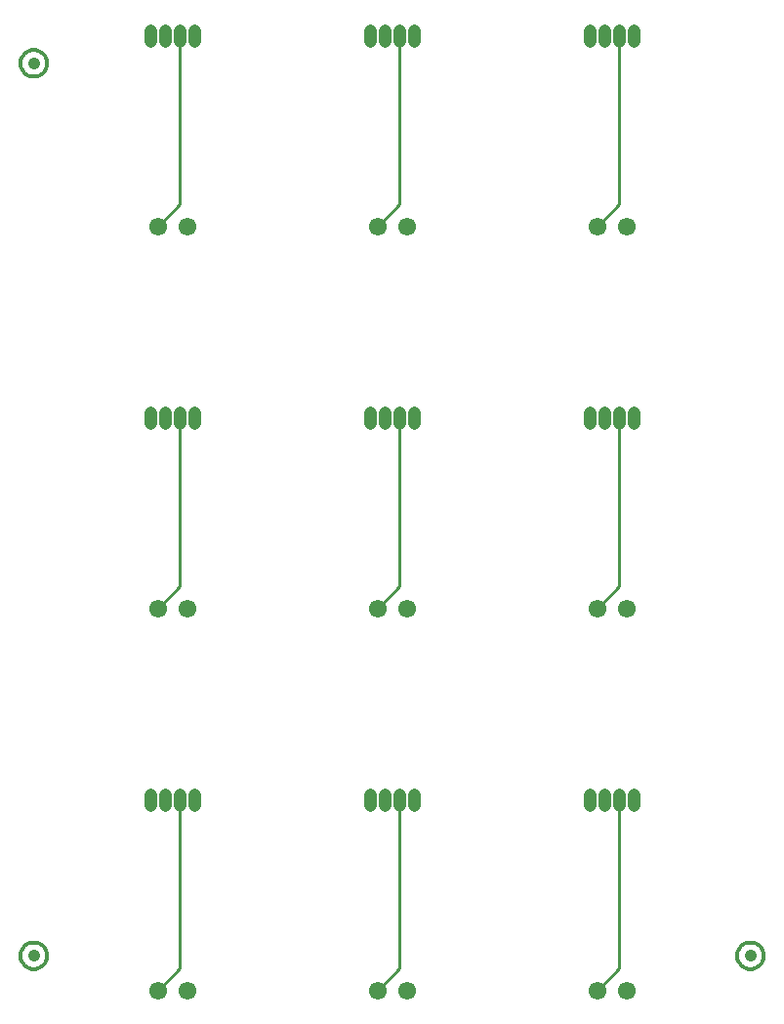
<source format=gtl>
*
%FSLAX26Y26*%
%MOIN*%
%ADD10C,0.011181*%
%ADD11C,0.043698*%
%ADD12C,0.061181*%
%ADD13C,0.021654*%
%ADD14C,0.041339*%
%ADD15C,0.011810*%
%IPPOS*%
%LN5060-458671.gtl*%
%LPD*%
G75*
G54D10*
X596850Y350000D02*
Y925000D01*
X521850Y275000D02*
X596850Y350000D01*
G54D11*
X646850Y907085D02*
Y942915D01*
X596850Y907085D02*
Y942915D01*
X546850Y907085D02*
Y942915D01*
X496850Y907085D02*
Y942915D01*
G54D12*
X621850Y275000D03*
X521850D03*
%LPC*%
G75*
X521850Y275000D02*
G54D13*
X271850Y1225000D02*
X296850D01*
X196850Y1150000D02*
X271850Y1225000D01*
X296850D02*
X871850D01*
X196850Y75000D02*
Y1150000D01*
Y75000D02*
X271850Y0D01*
X871850D01*
X946850Y75000D01*
Y1150000D01*
X871850Y1225000D02*
X946850Y1150000D01*
%LPD*%
G75*
X946850Y1150000D02*
G54D10*
X596850Y1653740D02*
Y2228740D01*
X521850Y1578740D02*
X596850Y1653740D01*
G54D11*
X646850Y2210825D02*
Y2246655D01*
X596850Y2210825D02*
Y2246655D01*
X546850Y2210825D02*
Y2246655D01*
X496850Y2210825D02*
Y2246655D01*
G54D12*
X621850Y1578740D03*
X521850D03*
%LPC*%
G75*
X521850Y1578740D02*
G54D13*
X271850Y2528740D02*
X296850D01*
X196850Y2453740D02*
X271850Y2528740D01*
X296850D02*
X871850D01*
X196850Y1378740D02*
Y2453740D01*
Y1378740D02*
X271850Y1303740D01*
X871850D01*
X946850Y1378740D01*
Y2453740D01*
X871850Y2528740D02*
X946850Y2453740D01*
%LPD*%
G75*
X946850Y2453740D02*
G54D10*
X596850Y2957480D02*
Y3532480D01*
X521850Y2882480D02*
X596850Y2957480D01*
G54D11*
X646850Y3514566D02*
Y3550395D01*
X596850Y3514566D02*
Y3550395D01*
X546850Y3514566D02*
Y3550395D01*
X496850Y3514566D02*
Y3550395D01*
G54D12*
X621850Y2882480D03*
X521850D03*
%LPC*%
G75*
X521850Y2882480D02*
G54D13*
X271850Y3832480D02*
X296850D01*
X196850Y3757480D02*
X271850Y3832480D01*
X296850D02*
X871850D01*
X196850Y2682480D02*
Y3757480D01*
Y2682480D02*
X271850Y2607480D01*
X871850D01*
X946850Y2682480D01*
Y3757480D01*
X871850Y3832480D02*
X946850Y3757480D01*
%LPD*%
G75*
X946850Y3757480D02*
G54D10*
X1346850Y350000D02*
Y925000D01*
X1271850Y275000D02*
X1346850Y350000D01*
G54D11*
X1396850Y907085D02*
Y942915D01*
X1346850Y907085D02*
Y942915D01*
X1296850Y907085D02*
Y942915D01*
X1246850Y907085D02*
Y942915D01*
G54D12*
X1371850Y275000D03*
X1271850D03*
%LPC*%
G75*
X1271850Y275000D02*
G54D13*
X1021850Y1225000D02*
X1046850D01*
X946850Y1150000D02*
X1021850Y1225000D01*
X1046850D02*
X1621850D01*
X946850Y75000D02*
Y1150000D01*
Y75000D02*
X1021850Y0D01*
X1621850D01*
X1696850Y75000D01*
Y1150000D01*
X1621850Y1225000D02*
X1696850Y1150000D01*
%LPD*%
G75*
X1696850Y1150000D02*
G54D10*
X1346850Y1653740D02*
Y2228740D01*
X1271850Y1578740D02*
X1346850Y1653740D01*
G54D11*
X1396850Y2210825D02*
Y2246655D01*
X1346850Y2210825D02*
Y2246655D01*
X1296850Y2210825D02*
Y2246655D01*
X1246850Y2210825D02*
Y2246655D01*
G54D12*
X1371850Y1578740D03*
X1271850D03*
%LPC*%
G75*
X1271850Y1578740D02*
G54D13*
X1021850Y2528740D02*
X1046850D01*
X946850Y2453740D02*
X1021850Y2528740D01*
X1046850D02*
X1621850D01*
X946850Y1378740D02*
Y2453740D01*
Y1378740D02*
X1021850Y1303740D01*
X1621850D01*
X1696850Y1378740D01*
Y2453740D01*
X1621850Y2528740D02*
X1696850Y2453740D01*
%LPD*%
G75*
X1696850Y2453740D02*
G54D10*
X1346850Y2957480D02*
Y3532480D01*
X1271850Y2882480D02*
X1346850Y2957480D01*
G54D11*
X1396850Y3514566D02*
Y3550395D01*
X1346850Y3514566D02*
Y3550395D01*
X1296850Y3514566D02*
Y3550395D01*
X1246850Y3514566D02*
Y3550395D01*
G54D12*
X1371850Y2882480D03*
X1271850D03*
%LPC*%
G75*
X1271850Y2882480D02*
G54D13*
X1021850Y3832480D02*
X1046850D01*
X946850Y3757480D02*
X1021850Y3832480D01*
X1046850D02*
X1621850D01*
X946850Y2682480D02*
Y3757480D01*
Y2682480D02*
X1021850Y2607480D01*
X1621850D01*
X1696850Y2682480D01*
Y3757480D01*
X1621850Y3832480D02*
X1696850Y3757480D01*
%LPD*%
G75*
X1696850Y3757480D02*
G54D10*
X2096850Y350000D02*
Y925000D01*
X2021850Y275000D02*
X2096850Y350000D01*
G54D11*
X2146850Y907085D02*
Y942915D01*
X2096850Y907085D02*
Y942915D01*
X2046850Y907085D02*
Y942915D01*
X1996850Y907085D02*
Y942915D01*
G54D12*
X2121850Y275000D03*
X2021850D03*
%LPC*%
G75*
X2021850Y275000D02*
G54D13*
X1771850Y1225000D02*
X1796850D01*
X1696850Y1150000D02*
X1771850Y1225000D01*
X1796850D02*
X2371850D01*
X1696850Y75000D02*
Y1150000D01*
Y75000D02*
X1771850Y0D01*
X2371850D01*
X2446850Y75000D01*
Y1150000D01*
X2371850Y1225000D02*
X2446850Y1150000D01*
%LPD*%
G75*
X2446850Y1150000D02*
G54D10*
X2096850Y1653740D02*
Y2228740D01*
X2021850Y1578740D02*
X2096850Y1653740D01*
G54D11*
X2146850Y2210825D02*
Y2246655D01*
X2096850Y2210825D02*
Y2246655D01*
X2046850Y2210825D02*
Y2246655D01*
X1996850Y2210825D02*
Y2246655D01*
G54D12*
X2121850Y1578740D03*
X2021850D03*
%LPC*%
G75*
X2021850Y1578740D02*
G54D13*
X1771850Y2528740D02*
X1796850D01*
X1696850Y2453740D02*
X1771850Y2528740D01*
X1796850D02*
X2371850D01*
X1696850Y1378740D02*
Y2453740D01*
Y1378740D02*
X1771850Y1303740D01*
X2371850D01*
X2446850Y1378740D01*
Y2453740D01*
X2371850Y2528740D02*
X2446850Y2453740D01*
%LPD*%
G75*
X2446850Y2453740D02*
G54D10*
X2096850Y2957480D02*
Y3532480D01*
X2021850Y2882480D02*
X2096850Y2957480D01*
G54D11*
X2146850Y3514566D02*
Y3550395D01*
X2096850Y3514566D02*
Y3550395D01*
X2046850Y3514566D02*
Y3550395D01*
X1996850Y3514566D02*
Y3550395D01*
G54D12*
X2121850Y2882480D03*
X2021850D03*
%LPC*%
G75*
X2021850Y2882480D02*
G54D13*
X1771850Y3832480D02*
X1796850D01*
X1696850Y3757480D02*
X1771850Y3832480D01*
X1796850D02*
X2371850D01*
X1696850Y2682480D02*
Y3757480D01*
Y2682480D02*
X1771850Y2607480D01*
X2371850D01*
X2446850Y2682480D01*
Y3757480D01*
X2371850Y3832480D02*
X2446850Y3757480D01*
%LPD*%
G75*
X2446850Y3757480D02*
G54D14*
X98425Y393701D03*
G54D15*
X53150D02*
X54018Y384263D01*
X56950Y375238D01*
X61694Y367019D01*
X68043Y359967D01*
X75720Y354388D01*
X84388Y350526D01*
X93670Y348551D01*
X103160Y348549D01*
X112442Y350520D01*
X121113Y354377D01*
X128792Y359952D01*
X135144Y367002D01*
X139892Y375219D01*
X142828Y384243D01*
X143824Y393680D01*
X143700Y393701D01*
X142832Y403138D01*
X139900Y412164D01*
X135156Y420382D01*
X128807Y427435D01*
X121131Y433014D01*
X112462Y436875D01*
X103180Y438850D01*
X93691Y438852D01*
X84408Y436882D01*
X75738Y433024D01*
X68059Y427449D01*
X61706Y420399D01*
X56959Y412183D01*
X54022Y403159D01*
X53026Y393722D01*
X53150Y393701D01*
G54D14*
X2545276D03*
G54D15*
X2500001D02*
X2500868Y384263D01*
X2503800Y375238D01*
X2508545Y367019D01*
X2514894Y359967D01*
X2522570Y354388D01*
X2531239Y350526D01*
X2540520Y348551D01*
X2550010Y348549D01*
X2559293Y350520D01*
X2567963Y354377D01*
X2575642Y359952D01*
X2581994Y367002D01*
X2586742Y375219D01*
X2589678Y384243D01*
X2590675Y393680D01*
X2590551Y393701D01*
X2589683Y403138D01*
X2586751Y412164D01*
X2582007Y420382D01*
X2575658Y427435D01*
X2567981Y433014D01*
X2559313Y436875D01*
X2550031Y438850D01*
X2540541Y438852D01*
X2531259Y436882D01*
X2522588Y433024D01*
X2514909Y427449D01*
X2508557Y420399D01*
X2503809Y412183D01*
X2500873Y403159D01*
X2499877Y393722D01*
X2500001Y393701D01*
G54D14*
X98425Y3438780D03*
G54D15*
X53150D02*
X54018Y3429342D01*
X56950Y3420317D01*
X61694Y3412098D01*
X68043Y3405045D01*
X75720Y3399466D01*
X84388Y3395605D01*
X93670Y3393630D01*
X103160Y3393628D01*
X112442Y3395599D01*
X121113Y3399456D01*
X128792Y3405031D01*
X135144Y3412081D01*
X139892Y3420297D01*
X142828Y3429321D01*
X143824Y3438758D01*
X143700Y3438780D01*
X142832Y3448217D01*
X139900Y3457242D01*
X135156Y3465461D01*
X128807Y3472514D01*
X121131Y3478093D01*
X112462Y3481954D01*
X103180Y3483929D01*
X93691Y3483931D01*
X84408Y3481960D01*
X75738Y3478103D01*
X68059Y3472528D01*
X61706Y3465478D01*
X56959Y3457262D01*
X54022Y3448238D01*
X53026Y3438801D01*
X53150Y3438780D01*
M02*

</source>
